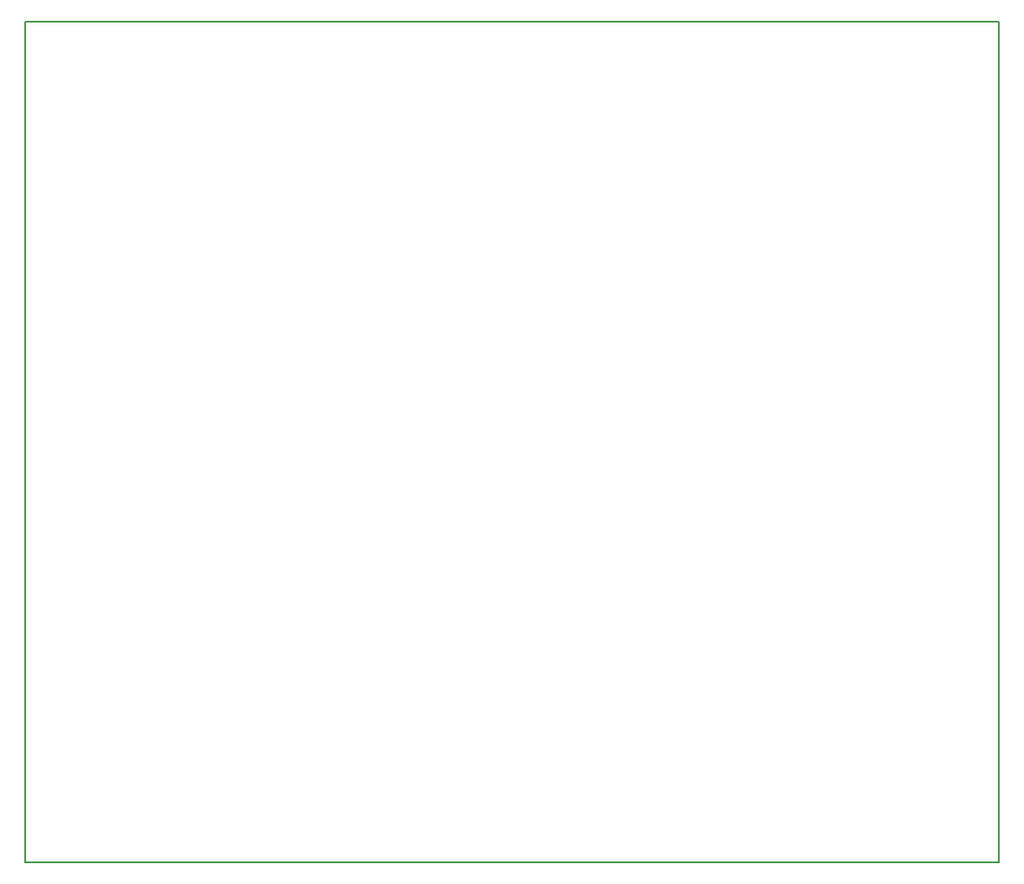
<source format=gm1>
G04 Layer_Color=39372*
%FSLAX44Y44*%
%MOMM*%
G71*
G01*
G75*
%ADD42C,0.2000*%
D42*
X-0Y0D02*
Y820000D01*
Y0D02*
X950000D01*
Y820000D01*
X-0D02*
X950000D01*
M02*

</source>
